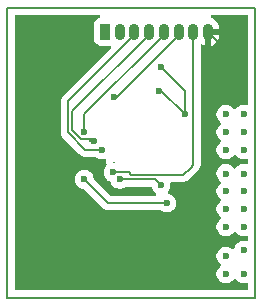
<source format=gbr>
%TF.GenerationSoftware,KiCad,Pcbnew,9.0.2*%
%TF.CreationDate,2025-05-30T19:54:00-04:00*%
%TF.ProjectId,porton micro,706f7274-6f6e-4206-9d69-63726f2e6b69,rev?*%
%TF.SameCoordinates,Original*%
%TF.FileFunction,Copper,L2,Bot*%
%TF.FilePolarity,Positive*%
%FSLAX46Y46*%
G04 Gerber Fmt 4.6, Leading zero omitted, Abs format (unit mm)*
G04 Created by KiCad (PCBNEW 9.0.2) date 2025-05-30 19:54:00*
%MOMM*%
%LPD*%
G01*
G04 APERTURE LIST*
G04 Aperture macros list*
%AMRoundRect*
0 Rectangle with rounded corners*
0 $1 Rounding radius*
0 $2 $3 $4 $5 $6 $7 $8 $9 X,Y pos of 4 corners*
0 Add a 4 corners polygon primitive as box body*
4,1,4,$2,$3,$4,$5,$6,$7,$8,$9,$2,$3,0*
0 Add four circle primitives for the rounded corners*
1,1,$1+$1,$2,$3*
1,1,$1+$1,$4,$5*
1,1,$1+$1,$6,$7*
1,1,$1+$1,$8,$9*
0 Add four rect primitives between the rounded corners*
20,1,$1+$1,$2,$3,$4,$5,0*
20,1,$1+$1,$4,$5,$6,$7,0*
20,1,$1+$1,$6,$7,$8,$9,0*
20,1,$1+$1,$8,$9,$2,$3,0*%
G04 Aperture macros list end*
%TA.AperFunction,NonConductor*%
%ADD10C,0.200000*%
%TD*%
%TA.AperFunction,ComponentPad*%
%ADD11RoundRect,0.225000X-0.225000X-0.475000X0.225000X-0.475000X0.225000X0.475000X-0.225000X0.475000X0*%
%TD*%
%TA.AperFunction,ComponentPad*%
%ADD12O,0.900000X1.400000*%
%TD*%
%TA.AperFunction,ViaPad*%
%ADD13C,0.600000*%
%TD*%
%TA.AperFunction,Conductor*%
%ADD14C,0.200000*%
%TD*%
G04 APERTURE END LIST*
D10*
X150000000Y-68500000D02*
X171000000Y-68500000D01*
X171000000Y-93000000D01*
X150000000Y-93000000D01*
X150000000Y-68500000D01*
D11*
%TO.P,J1,1,Pin_1*%
%TO.N,VDD*%
X158250000Y-70500000D03*
D12*
%TO.P,J1,2,Pin_2*%
%TO.N,Net-(J1-Pin_2)*%
X159500000Y-70500000D03*
%TO.P,J1,3,Pin_3*%
%TO.N,Net-(J1-Pin_3)*%
X160750000Y-70500000D03*
%TO.P,J1,4,Pin_4*%
%TO.N,Net-(J1-Pin_4)*%
X162000000Y-70500000D03*
%TO.P,J1,5,Pin_5*%
%TO.N,Net-(J1-Pin_5)*%
X163250000Y-70500000D03*
%TO.P,J1,6,Pin_6*%
%TO.N,Net-(J1-Pin_6)*%
X164500000Y-70500000D03*
%TO.P,J1,7,Pin_7*%
%TO.N,Net-(J1-Pin_7)*%
X165750000Y-70500000D03*
%TO.P,J1,8,Pin_8*%
%TO.N,GND*%
X167000000Y-70500000D03*
%TD*%
D13*
%TO.N,*%
X168500000Y-77500000D03*
X168500000Y-79000000D03*
X168500000Y-80500000D03*
X168500000Y-82500000D03*
X168500000Y-84000000D03*
X168500000Y-85500000D03*
X168500000Y-87000000D03*
X168500000Y-89500000D03*
X168500000Y-91000000D03*
X170000000Y-91000000D03*
X170000000Y-89000000D03*
X170000000Y-87000000D03*
X170000000Y-85500000D03*
X170000000Y-84000000D03*
X170000000Y-82500000D03*
X170000000Y-80500000D03*
X170000000Y-79000000D03*
X170000000Y-77500000D03*
%TO.N,VDD*%
X162817102Y-75500000D03*
X163000000Y-73500000D03*
X165000000Y-77500000D03*
%TO.N,Net-(J1-Pin_7)*%
X158934313Y-82400000D03*
%TO.N,GND*%
X169000000Y-73000000D03*
%TO.N,Net-(J1-Pin_3)*%
X158000000Y-80500000D03*
%TO.N,Net-(J1-Pin_4)*%
X157301351Y-79724999D03*
%TO.N,Net-(J1-Pin_5)*%
X156500000Y-79000000D03*
%TO.N,Net-(J1-Pin_6)*%
X159000000Y-76000000D03*
%TO.N,Net-(U1-ANT2)*%
X163500000Y-85000000D03*
X156500000Y-83000000D03*
%TO.N,Net-(U1-ANT1)*%
X163000000Y-83500000D03*
X159500000Y-83000000D03*
%TD*%
D14*
%TO.N,VDD*%
X162817102Y-75500000D02*
X163000000Y-75500000D01*
X163000000Y-75500000D02*
X165000000Y-77500000D01*
X165000000Y-75500000D02*
X165000000Y-77500000D01*
X163000000Y-73500000D02*
X165000000Y-75500000D01*
%TO.N,Net-(J1-Pin_2)*%
X158984370Y-81500000D02*
X159000000Y-81500000D01*
X159500000Y-70500000D02*
X159500000Y-71000000D01*
%TO.N,Net-(J1-Pin_7)*%
X160301000Y-82400000D02*
X158934313Y-82400000D01*
X160500000Y-82599000D02*
X160301000Y-82400000D01*
X164901000Y-82599000D02*
X160500000Y-82599000D01*
X165750000Y-81750000D02*
X165500000Y-82000000D01*
X165500000Y-82000000D02*
X164901000Y-82599000D01*
X165750000Y-70500000D02*
X165750000Y-81750000D01*
%TO.N,GND*%
X169000000Y-72500000D02*
X167000000Y-70500000D01*
X169000000Y-73000000D02*
X169000000Y-72500000D01*
%TO.N,Net-(J1-Pin_3)*%
X156582957Y-80500000D02*
X158000000Y-80500000D01*
X155099000Y-79016043D02*
X156582957Y-80500000D01*
X160750000Y-70750000D02*
X155099000Y-76401000D01*
X155099000Y-76401000D02*
X155099000Y-79016043D01*
X160750000Y-70500000D02*
X160750000Y-70750000D01*
X158000000Y-80500000D02*
X158000000Y-80681470D01*
%TO.N,Net-(J1-Pin_4)*%
X157022999Y-79724999D02*
X157301351Y-79724999D01*
X157000000Y-79702000D02*
X157022999Y-79724999D01*
X157000000Y-79500000D02*
X157000000Y-79702000D01*
X156899000Y-79601000D02*
X157000000Y-79500000D01*
X156251057Y-79601000D02*
X156899000Y-79601000D01*
X155500000Y-78849943D02*
X156251057Y-79601000D01*
X155500000Y-77250000D02*
X155500000Y-78849943D01*
X162000000Y-70750000D02*
X155500000Y-77250000D01*
X162000000Y-70500000D02*
X162000000Y-70750000D01*
%TO.N,Net-(J1-Pin_5)*%
X156500000Y-77500000D02*
X156500000Y-79000000D01*
X163250000Y-70750000D02*
X156500000Y-77500000D01*
X163250000Y-70500000D02*
X163250000Y-70750000D01*
%TO.N,Net-(J1-Pin_6)*%
X159250000Y-76000000D02*
X159000000Y-76000000D01*
X164500000Y-70750000D02*
X159250000Y-76000000D01*
X164500000Y-70500000D02*
X164500000Y-70750000D01*
X164500000Y-70500000D02*
X164500000Y-71000000D01*
%TO.N,Net-(U1-ANT2)*%
X158500000Y-85000000D02*
X156500000Y-83000000D01*
X163500000Y-85000000D02*
X158500000Y-85000000D01*
%TO.N,Net-(U1-ANT1)*%
X162500000Y-83000000D02*
X159500000Y-83000000D01*
X163000000Y-83500000D02*
X162500000Y-83000000D01*
%TD*%
%TA.AperFunction,Conductor*%
%TO.N,GND*%
G36*
X157807082Y-69120185D02*
G01*
X157852837Y-69172989D01*
X157862781Y-69242147D01*
X157833756Y-69305703D01*
X157779047Y-69342206D01*
X157716305Y-69362996D01*
X157716294Y-69363001D01*
X157571959Y-69452029D01*
X157571955Y-69452032D01*
X157452032Y-69571955D01*
X157452029Y-69571959D01*
X157363001Y-69716294D01*
X157362996Y-69716305D01*
X157309651Y-69877290D01*
X157299500Y-69976647D01*
X157299500Y-71023337D01*
X157299501Y-71023355D01*
X157309650Y-71122707D01*
X157309651Y-71122710D01*
X157362996Y-71283694D01*
X157363001Y-71283705D01*
X157452029Y-71428040D01*
X157452032Y-71428044D01*
X157571955Y-71547967D01*
X157571959Y-71547970D01*
X157716294Y-71636998D01*
X157716297Y-71636999D01*
X157716303Y-71637003D01*
X157877292Y-71690349D01*
X157976655Y-71700500D01*
X158523344Y-71700499D01*
X158523352Y-71700498D01*
X158523355Y-71700498D01*
X158577760Y-71694940D01*
X158622708Y-71690349D01*
X158631130Y-71687557D01*
X158700957Y-71685153D01*
X158761001Y-71720881D01*
X158792197Y-71783400D01*
X158784640Y-71852860D01*
X158757820Y-71892943D01*
X154733565Y-75917198D01*
X154733558Y-75917205D01*
X154730286Y-75920478D01*
X154730284Y-75920480D01*
X154618480Y-76032284D01*
X154591600Y-76078842D01*
X154539423Y-76169215D01*
X154498499Y-76321943D01*
X154498499Y-76321945D01*
X154498499Y-76490046D01*
X154498500Y-76490059D01*
X154498500Y-78929373D01*
X154498499Y-78929391D01*
X154498499Y-79095097D01*
X154498498Y-79095097D01*
X154530548Y-79214706D01*
X154539423Y-79247828D01*
X154551194Y-79268215D01*
X154615262Y-79379185D01*
X154618479Y-79384757D01*
X154618481Y-79384760D01*
X154737349Y-79503628D01*
X154737355Y-79503633D01*
X156098096Y-80864374D01*
X156098106Y-80864385D01*
X156102436Y-80868715D01*
X156102437Y-80868716D01*
X156214241Y-80980520D01*
X156265802Y-81010288D01*
X156301052Y-81030639D01*
X156301054Y-81030641D01*
X156339108Y-81052611D01*
X156351172Y-81059577D01*
X156503900Y-81100500D01*
X156662014Y-81100500D01*
X157420234Y-81100500D01*
X157487273Y-81120185D01*
X157489125Y-81121398D01*
X157620814Y-81209390D01*
X157620827Y-81209397D01*
X157762814Y-81268209D01*
X157766503Y-81269737D01*
X157882659Y-81292842D01*
X157921153Y-81300499D01*
X157921156Y-81300500D01*
X157921158Y-81300500D01*
X158078844Y-81300500D01*
X158078845Y-81300499D01*
X158124831Y-81291352D01*
X158239472Y-81268549D01*
X158240075Y-81271582D01*
X158296464Y-81270532D01*
X158355935Y-81307207D01*
X158386137Y-81370211D01*
X158384002Y-81412764D01*
X158384931Y-81412887D01*
X158383870Y-81420945D01*
X158383870Y-81579056D01*
X158415912Y-81698641D01*
X158414249Y-81768491D01*
X158383819Y-81818415D01*
X158312523Y-81889711D01*
X158224922Y-82020814D01*
X158224915Y-82020827D01*
X158164577Y-82166498D01*
X158164574Y-82166510D01*
X158133813Y-82321153D01*
X158133813Y-82478846D01*
X158164574Y-82633489D01*
X158164577Y-82633501D01*
X158224915Y-82779172D01*
X158224922Y-82779185D01*
X158312523Y-82910288D01*
X158312526Y-82910292D01*
X158424020Y-83021786D01*
X158424024Y-83021789D01*
X158555127Y-83109390D01*
X158555140Y-83109397D01*
X158658189Y-83152081D01*
X158712593Y-83195922D01*
X158729394Y-83230635D01*
X158730261Y-83233494D01*
X158790602Y-83379172D01*
X158790609Y-83379185D01*
X158878210Y-83510288D01*
X158878213Y-83510292D01*
X158989707Y-83621786D01*
X158989711Y-83621789D01*
X159120814Y-83709390D01*
X159120827Y-83709397D01*
X159258683Y-83766498D01*
X159266503Y-83769737D01*
X159421153Y-83800499D01*
X159421156Y-83800500D01*
X159421158Y-83800500D01*
X159578844Y-83800500D01*
X159578845Y-83800499D01*
X159733497Y-83769737D01*
X159879179Y-83709394D01*
X159933663Y-83672989D01*
X160010875Y-83621398D01*
X160077553Y-83600520D01*
X160079766Y-83600500D01*
X162102044Y-83600500D01*
X162169083Y-83620185D01*
X162214838Y-83672989D01*
X162223661Y-83700309D01*
X162230261Y-83733489D01*
X162230264Y-83733501D01*
X162290602Y-83879172D01*
X162290609Y-83879185D01*
X162378210Y-84010288D01*
X162378213Y-84010292D01*
X162489707Y-84121786D01*
X162489711Y-84121789D01*
X162565452Y-84172398D01*
X162610257Y-84226010D01*
X162618964Y-84295335D01*
X162588810Y-84358363D01*
X162529366Y-84395082D01*
X162496561Y-84399500D01*
X158800097Y-84399500D01*
X158733058Y-84379815D01*
X158712416Y-84363181D01*
X157334574Y-82985339D01*
X157301089Y-82924016D01*
X157300638Y-82921849D01*
X157282595Y-82831147D01*
X157269737Y-82766503D01*
X157256062Y-82733489D01*
X157209397Y-82620827D01*
X157209390Y-82620814D01*
X157121789Y-82489711D01*
X157121786Y-82489707D01*
X157010292Y-82378213D01*
X157010288Y-82378210D01*
X156879185Y-82290609D01*
X156879172Y-82290602D01*
X156733501Y-82230264D01*
X156733489Y-82230261D01*
X156578845Y-82199500D01*
X156578842Y-82199500D01*
X156421158Y-82199500D01*
X156421155Y-82199500D01*
X156266510Y-82230261D01*
X156266498Y-82230264D01*
X156120827Y-82290602D01*
X156120814Y-82290609D01*
X155989711Y-82378210D01*
X155989707Y-82378213D01*
X155878213Y-82489707D01*
X155878210Y-82489711D01*
X155790609Y-82620814D01*
X155790602Y-82620827D01*
X155730264Y-82766498D01*
X155730261Y-82766510D01*
X155699500Y-82921153D01*
X155699500Y-83078846D01*
X155730261Y-83233489D01*
X155730264Y-83233501D01*
X155790602Y-83379172D01*
X155790609Y-83379185D01*
X155878210Y-83510288D01*
X155878213Y-83510292D01*
X155989707Y-83621786D01*
X155989711Y-83621789D01*
X156120814Y-83709390D01*
X156120827Y-83709397D01*
X156258683Y-83766498D01*
X156266503Y-83769737D01*
X156331147Y-83782595D01*
X156421849Y-83800638D01*
X156483760Y-83833023D01*
X156485339Y-83834574D01*
X158015139Y-85364374D01*
X158015149Y-85364385D01*
X158019479Y-85368715D01*
X158019480Y-85368716D01*
X158131284Y-85480520D01*
X158182845Y-85510288D01*
X158218095Y-85530639D01*
X158218097Y-85530641D01*
X158256151Y-85552611D01*
X158268215Y-85559577D01*
X158420943Y-85600500D01*
X162920234Y-85600500D01*
X162987273Y-85620185D01*
X162989125Y-85621398D01*
X163120814Y-85709390D01*
X163120827Y-85709397D01*
X163266498Y-85769735D01*
X163266503Y-85769737D01*
X163421153Y-85800499D01*
X163421156Y-85800500D01*
X163421158Y-85800500D01*
X163578844Y-85800500D01*
X163578845Y-85800499D01*
X163733497Y-85769737D01*
X163879179Y-85709394D01*
X164010289Y-85621789D01*
X164121789Y-85510289D01*
X164209394Y-85379179D01*
X164269737Y-85233497D01*
X164300500Y-85078842D01*
X164300500Y-84921158D01*
X164300500Y-84921155D01*
X164300499Y-84921153D01*
X164277232Y-84804184D01*
X164269737Y-84766503D01*
X164262901Y-84750000D01*
X164209397Y-84620827D01*
X164209390Y-84620814D01*
X164121789Y-84489711D01*
X164121786Y-84489707D01*
X164010292Y-84378213D01*
X164010288Y-84378210D01*
X163879185Y-84290609D01*
X163879172Y-84290602D01*
X163733501Y-84230264D01*
X163733491Y-84230261D01*
X163684374Y-84220491D01*
X163622463Y-84188106D01*
X163587889Y-84127389D01*
X163591630Y-84057620D01*
X163618296Y-84015304D01*
X163617924Y-84014999D01*
X163620357Y-84012033D01*
X163620891Y-84011186D01*
X163621789Y-84010289D01*
X163709394Y-83879179D01*
X163769737Y-83733497D01*
X163800500Y-83578842D01*
X163800500Y-83421158D01*
X163800500Y-83421155D01*
X163800499Y-83421153D01*
X163785887Y-83347691D01*
X163792114Y-83278100D01*
X163834977Y-83222923D01*
X163900867Y-83199678D01*
X163907504Y-83199500D01*
X164814331Y-83199500D01*
X164814347Y-83199501D01*
X164821943Y-83199501D01*
X164980054Y-83199501D01*
X164980057Y-83199501D01*
X165132785Y-83158577D01*
X165217972Y-83109394D01*
X165269716Y-83079520D01*
X165381520Y-82967716D01*
X165381520Y-82967714D01*
X165391724Y-82957511D01*
X165391727Y-82957506D01*
X165980519Y-82368716D01*
X166108506Y-82240727D01*
X166108510Y-82240725D01*
X166118714Y-82230520D01*
X166118716Y-82230520D01*
X166230520Y-82118716D01*
X166309577Y-81981784D01*
X166345022Y-81849500D01*
X166350500Y-81829058D01*
X166350500Y-81670943D01*
X166350500Y-71690561D01*
X166370185Y-71623522D01*
X166422989Y-71577767D01*
X166492147Y-71567823D01*
X166543395Y-71587462D01*
X166549999Y-71591875D01*
X166550012Y-71591882D01*
X166722889Y-71663489D01*
X166722896Y-71663491D01*
X166750000Y-71668882D01*
X166750000Y-71668881D01*
X167250000Y-71668881D01*
X167277103Y-71663491D01*
X167277110Y-71663489D01*
X167449987Y-71591882D01*
X167450000Y-71591875D01*
X167605589Y-71487913D01*
X167605593Y-71487910D01*
X167737910Y-71355593D01*
X167737913Y-71355589D01*
X167841875Y-71200000D01*
X167841880Y-71199991D01*
X167913491Y-71027105D01*
X167913493Y-71027097D01*
X167949999Y-70843571D01*
X167950000Y-70843569D01*
X167950000Y-70750000D01*
X167250000Y-70750000D01*
X167250000Y-71668881D01*
X166750000Y-71668881D01*
X166750000Y-70666988D01*
X166759940Y-70684205D01*
X166815795Y-70740060D01*
X166884204Y-70779556D01*
X166960504Y-70800000D01*
X167039496Y-70800000D01*
X167115796Y-70779556D01*
X167184205Y-70740060D01*
X167240060Y-70684205D01*
X167279556Y-70615796D01*
X167300000Y-70539496D01*
X167300000Y-70460504D01*
X167279556Y-70384204D01*
X167240060Y-70315795D01*
X167184205Y-70259940D01*
X167166988Y-70250000D01*
X167950000Y-70250000D01*
X167950000Y-70156430D01*
X167949999Y-70156428D01*
X167913493Y-69972902D01*
X167913491Y-69972894D01*
X167841880Y-69800008D01*
X167841875Y-69799999D01*
X167737913Y-69644410D01*
X167737910Y-69644406D01*
X167605593Y-69512089D01*
X167605589Y-69512086D01*
X167450000Y-69408124D01*
X167449991Y-69408119D01*
X167283268Y-69339061D01*
X167228865Y-69295220D01*
X167206800Y-69228926D01*
X167224079Y-69161227D01*
X167275216Y-69113616D01*
X167330721Y-69100500D01*
X170275500Y-69100500D01*
X170342539Y-69120185D01*
X170388294Y-69172989D01*
X170399500Y-69224500D01*
X170399500Y-76613444D01*
X170379815Y-76680483D01*
X170327011Y-76726238D01*
X170257853Y-76736182D01*
X170239575Y-76731202D01*
X170239324Y-76732031D01*
X170233500Y-76730264D01*
X170233497Y-76730263D01*
X170233492Y-76730262D01*
X170233489Y-76730261D01*
X170078845Y-76699500D01*
X170078842Y-76699500D01*
X169921158Y-76699500D01*
X169921155Y-76699500D01*
X169766510Y-76730261D01*
X169766498Y-76730264D01*
X169620827Y-76790602D01*
X169620814Y-76790609D01*
X169489711Y-76878210D01*
X169489707Y-76878213D01*
X169378213Y-76989707D01*
X169353102Y-77027289D01*
X169299489Y-77072093D01*
X169230164Y-77080800D01*
X169167137Y-77050645D01*
X169146898Y-77027289D01*
X169121786Y-76989707D01*
X169010292Y-76878213D01*
X169010288Y-76878210D01*
X168879185Y-76790609D01*
X168879172Y-76790602D01*
X168733501Y-76730264D01*
X168733489Y-76730261D01*
X168578845Y-76699500D01*
X168578842Y-76699500D01*
X168421158Y-76699500D01*
X168421155Y-76699500D01*
X168266510Y-76730261D01*
X168266498Y-76730264D01*
X168120827Y-76790602D01*
X168120814Y-76790609D01*
X167989711Y-76878210D01*
X167989707Y-76878213D01*
X167878213Y-76989707D01*
X167878210Y-76989711D01*
X167790609Y-77120814D01*
X167790602Y-77120827D01*
X167730264Y-77266498D01*
X167730261Y-77266510D01*
X167699500Y-77421153D01*
X167699500Y-77578846D01*
X167730261Y-77733489D01*
X167730264Y-77733501D01*
X167790602Y-77879172D01*
X167790609Y-77879185D01*
X167878210Y-78010288D01*
X167878213Y-78010292D01*
X167989707Y-78121786D01*
X167989710Y-78121788D01*
X167989711Y-78121789D01*
X168015219Y-78138833D01*
X168027289Y-78146898D01*
X168072093Y-78200511D01*
X168080800Y-78269836D01*
X168050645Y-78332863D01*
X168027289Y-78353102D01*
X167989707Y-78378213D01*
X167878213Y-78489707D01*
X167878210Y-78489711D01*
X167790609Y-78620814D01*
X167790602Y-78620827D01*
X167730264Y-78766498D01*
X167730261Y-78766510D01*
X167699500Y-78921153D01*
X167699500Y-79078846D01*
X167730261Y-79233489D01*
X167730264Y-79233501D01*
X167790602Y-79379172D01*
X167790609Y-79379185D01*
X167878210Y-79510288D01*
X167878213Y-79510292D01*
X167989707Y-79621786D01*
X167989710Y-79621788D01*
X167989711Y-79621789D01*
X167994816Y-79625200D01*
X168027289Y-79646898D01*
X168072093Y-79700511D01*
X168080800Y-79769836D01*
X168050645Y-79832863D01*
X168027289Y-79853102D01*
X167989707Y-79878213D01*
X167878213Y-79989707D01*
X167878210Y-79989711D01*
X167790609Y-80120814D01*
X167790602Y-80120827D01*
X167730264Y-80266498D01*
X167730261Y-80266510D01*
X167699500Y-80421153D01*
X167699500Y-80578846D01*
X167730261Y-80733489D01*
X167730264Y-80733501D01*
X167790602Y-80879172D01*
X167790609Y-80879185D01*
X167878210Y-81010288D01*
X167878213Y-81010292D01*
X167989707Y-81121786D01*
X167989711Y-81121789D01*
X168120814Y-81209390D01*
X168120827Y-81209397D01*
X168262814Y-81268209D01*
X168266503Y-81269737D01*
X168382659Y-81292842D01*
X168421153Y-81300499D01*
X168421156Y-81300500D01*
X168421158Y-81300500D01*
X168578844Y-81300500D01*
X168578845Y-81300499D01*
X168733497Y-81269737D01*
X168879179Y-81209394D01*
X169010289Y-81121789D01*
X169121789Y-81010289D01*
X169129145Y-80999279D01*
X169146898Y-80972712D01*
X169200510Y-80927906D01*
X169269835Y-80919199D01*
X169332862Y-80949353D01*
X169353102Y-80972712D01*
X169378207Y-81010284D01*
X169378213Y-81010292D01*
X169489707Y-81121786D01*
X169489711Y-81121789D01*
X169620814Y-81209390D01*
X169620827Y-81209397D01*
X169762814Y-81268209D01*
X169766503Y-81269737D01*
X169882659Y-81292842D01*
X169921153Y-81300499D01*
X169921156Y-81300500D01*
X169921158Y-81300500D01*
X170078844Y-81300500D01*
X170078845Y-81300499D01*
X170233497Y-81269737D01*
X170233509Y-81269731D01*
X170239324Y-81267969D01*
X170240158Y-81270720D01*
X170260601Y-81268496D01*
X170293147Y-81263817D01*
X170295159Y-81264736D01*
X170297359Y-81264497D01*
X170326779Y-81279176D01*
X170356703Y-81292842D01*
X170357899Y-81294703D01*
X170359878Y-81295691D01*
X170376687Y-81323938D01*
X170394477Y-81351620D01*
X170394896Y-81354538D01*
X170395608Y-81355734D01*
X170399500Y-81386555D01*
X170399500Y-81613444D01*
X170379815Y-81680483D01*
X170327011Y-81726238D01*
X170257853Y-81736182D01*
X170239575Y-81731202D01*
X170239324Y-81732031D01*
X170233500Y-81730264D01*
X170233497Y-81730263D01*
X170233492Y-81730262D01*
X170233489Y-81730261D01*
X170078845Y-81699500D01*
X170078842Y-81699500D01*
X169921158Y-81699500D01*
X169921155Y-81699500D01*
X169766510Y-81730261D01*
X169766498Y-81730264D01*
X169620827Y-81790602D01*
X169620814Y-81790609D01*
X169489711Y-81878210D01*
X169489707Y-81878213D01*
X169378213Y-81989707D01*
X169353102Y-82027289D01*
X169299489Y-82072093D01*
X169230164Y-82080800D01*
X169167137Y-82050645D01*
X169146898Y-82027289D01*
X169138833Y-82015219D01*
X169121789Y-81989711D01*
X169121788Y-81989710D01*
X169121786Y-81989707D01*
X169010292Y-81878213D01*
X169010288Y-81878210D01*
X168879185Y-81790609D01*
X168879172Y-81790602D01*
X168733501Y-81730264D01*
X168733489Y-81730261D01*
X168578845Y-81699500D01*
X168578842Y-81699500D01*
X168421158Y-81699500D01*
X168421155Y-81699500D01*
X168266510Y-81730261D01*
X168266498Y-81730264D01*
X168120827Y-81790602D01*
X168120814Y-81790609D01*
X167989711Y-81878210D01*
X167989707Y-81878213D01*
X167878213Y-81989707D01*
X167878210Y-81989711D01*
X167790609Y-82120814D01*
X167790602Y-82120827D01*
X167730264Y-82266498D01*
X167730261Y-82266510D01*
X167699500Y-82421153D01*
X167699500Y-82578846D01*
X167730261Y-82733489D01*
X167730264Y-82733501D01*
X167790602Y-82879172D01*
X167790609Y-82879185D01*
X167878210Y-83010288D01*
X167878213Y-83010292D01*
X167989707Y-83121786D01*
X167989710Y-83121788D01*
X167989711Y-83121789D01*
X168015219Y-83138833D01*
X168027289Y-83146898D01*
X168072093Y-83200511D01*
X168080800Y-83269836D01*
X168050645Y-83332863D01*
X168027289Y-83353102D01*
X167989707Y-83378213D01*
X167878213Y-83489707D01*
X167878210Y-83489711D01*
X167790609Y-83620814D01*
X167790602Y-83620827D01*
X167730264Y-83766498D01*
X167730261Y-83766510D01*
X167699500Y-83921153D01*
X167699500Y-84078846D01*
X167730261Y-84233489D01*
X167730264Y-84233501D01*
X167790602Y-84379172D01*
X167790609Y-84379185D01*
X167878210Y-84510288D01*
X167878213Y-84510292D01*
X167989707Y-84621786D01*
X167989710Y-84621788D01*
X167989711Y-84621789D01*
X168015219Y-84638833D01*
X168027289Y-84646898D01*
X168072093Y-84700511D01*
X168080800Y-84769836D01*
X168050645Y-84832863D01*
X168027289Y-84853102D01*
X167989707Y-84878213D01*
X167878213Y-84989707D01*
X167878210Y-84989711D01*
X167790609Y-85120814D01*
X167790602Y-85120827D01*
X167730264Y-85266498D01*
X167730261Y-85266510D01*
X167699500Y-85421153D01*
X167699500Y-85578846D01*
X167730261Y-85733489D01*
X167730264Y-85733501D01*
X167790602Y-85879172D01*
X167790609Y-85879185D01*
X167878210Y-86010288D01*
X167878213Y-86010292D01*
X167989707Y-86121786D01*
X167989710Y-86121788D01*
X167989711Y-86121789D01*
X168015219Y-86138833D01*
X168027289Y-86146898D01*
X168072093Y-86200511D01*
X168080800Y-86269836D01*
X168050645Y-86332863D01*
X168027289Y-86353102D01*
X167989707Y-86378213D01*
X167878213Y-86489707D01*
X167878210Y-86489711D01*
X167790609Y-86620814D01*
X167790602Y-86620827D01*
X167730264Y-86766498D01*
X167730261Y-86766510D01*
X167699500Y-86921153D01*
X167699500Y-87078846D01*
X167730261Y-87233489D01*
X167730264Y-87233501D01*
X167790602Y-87379172D01*
X167790609Y-87379185D01*
X167878210Y-87510288D01*
X167878213Y-87510292D01*
X167989707Y-87621786D01*
X167989711Y-87621789D01*
X168120814Y-87709390D01*
X168120827Y-87709397D01*
X168263507Y-87768496D01*
X168266503Y-87769737D01*
X168382659Y-87792842D01*
X168421153Y-87800499D01*
X168421156Y-87800500D01*
X168421158Y-87800500D01*
X168578844Y-87800500D01*
X168578845Y-87800499D01*
X168733497Y-87769737D01*
X168879179Y-87709394D01*
X169010289Y-87621789D01*
X169121789Y-87510289D01*
X169129145Y-87499279D01*
X169146898Y-87472712D01*
X169200510Y-87427906D01*
X169269835Y-87419199D01*
X169332862Y-87449353D01*
X169353102Y-87472712D01*
X169378207Y-87510284D01*
X169378213Y-87510292D01*
X169489707Y-87621786D01*
X169489711Y-87621789D01*
X169620814Y-87709390D01*
X169620827Y-87709397D01*
X169763507Y-87768496D01*
X169766503Y-87769737D01*
X169882659Y-87792842D01*
X169921153Y-87800499D01*
X169921156Y-87800500D01*
X169921158Y-87800500D01*
X170078844Y-87800500D01*
X170078845Y-87800499D01*
X170233497Y-87769737D01*
X170233509Y-87769731D01*
X170239324Y-87767969D01*
X170240158Y-87770720D01*
X170260601Y-87768496D01*
X170293147Y-87763817D01*
X170295159Y-87764736D01*
X170297359Y-87764497D01*
X170326779Y-87779176D01*
X170356703Y-87792842D01*
X170357899Y-87794703D01*
X170359878Y-87795691D01*
X170376687Y-87823938D01*
X170394477Y-87851620D01*
X170394896Y-87854538D01*
X170395608Y-87855734D01*
X170399500Y-87886555D01*
X170399500Y-88113444D01*
X170379815Y-88180483D01*
X170327011Y-88226238D01*
X170257853Y-88236182D01*
X170239575Y-88231202D01*
X170239324Y-88232031D01*
X170233500Y-88230264D01*
X170233497Y-88230263D01*
X170233492Y-88230262D01*
X170233489Y-88230261D01*
X170078845Y-88199500D01*
X170078842Y-88199500D01*
X169921158Y-88199500D01*
X169921155Y-88199500D01*
X169766510Y-88230261D01*
X169766498Y-88230264D01*
X169620827Y-88290602D01*
X169620814Y-88290609D01*
X169489711Y-88378210D01*
X169489707Y-88378213D01*
X169378213Y-88489707D01*
X169378210Y-88489711D01*
X169290609Y-88620814D01*
X169290602Y-88620827D01*
X169230264Y-88766498D01*
X169230261Y-88766507D01*
X169220491Y-88815626D01*
X169188105Y-88877536D01*
X169127389Y-88912110D01*
X169057620Y-88908369D01*
X169015303Y-88881704D01*
X169014999Y-88882076D01*
X169012040Y-88879647D01*
X169011193Y-88879114D01*
X169010292Y-88878213D01*
X169010288Y-88878210D01*
X168879185Y-88790609D01*
X168879172Y-88790602D01*
X168733501Y-88730264D01*
X168733489Y-88730261D01*
X168578845Y-88699500D01*
X168578842Y-88699500D01*
X168421158Y-88699500D01*
X168421155Y-88699500D01*
X168266510Y-88730261D01*
X168266498Y-88730264D01*
X168120827Y-88790602D01*
X168120814Y-88790609D01*
X167989711Y-88878210D01*
X167989707Y-88878213D01*
X167878213Y-88989707D01*
X167878210Y-88989711D01*
X167790609Y-89120814D01*
X167790602Y-89120827D01*
X167730264Y-89266498D01*
X167730261Y-89266510D01*
X167699500Y-89421153D01*
X167699500Y-89578846D01*
X167730261Y-89733489D01*
X167730264Y-89733501D01*
X167790602Y-89879172D01*
X167790609Y-89879185D01*
X167878210Y-90010288D01*
X167878213Y-90010292D01*
X167989707Y-90121786D01*
X167989710Y-90121788D01*
X167989711Y-90121789D01*
X168015219Y-90138833D01*
X168027289Y-90146898D01*
X168072093Y-90200511D01*
X168080800Y-90269836D01*
X168050645Y-90332863D01*
X168027289Y-90353102D01*
X167989707Y-90378213D01*
X167878213Y-90489707D01*
X167878210Y-90489711D01*
X167790609Y-90620814D01*
X167790602Y-90620827D01*
X167730264Y-90766498D01*
X167730261Y-90766510D01*
X167699500Y-90921153D01*
X167699500Y-91078846D01*
X167730261Y-91233489D01*
X167730264Y-91233501D01*
X167790602Y-91379172D01*
X167790609Y-91379185D01*
X167878210Y-91510288D01*
X167878213Y-91510292D01*
X167989707Y-91621786D01*
X167989711Y-91621789D01*
X168120814Y-91709390D01*
X168120827Y-91709397D01*
X168266498Y-91769735D01*
X168266503Y-91769737D01*
X168396982Y-91795691D01*
X168421153Y-91800499D01*
X168421156Y-91800500D01*
X168421158Y-91800500D01*
X168578844Y-91800500D01*
X168578845Y-91800499D01*
X168733497Y-91769737D01*
X168879179Y-91709394D01*
X169010289Y-91621789D01*
X169121789Y-91510289D01*
X169129145Y-91499279D01*
X169146898Y-91472712D01*
X169200510Y-91427906D01*
X169269835Y-91419199D01*
X169332862Y-91449353D01*
X169353102Y-91472712D01*
X169378207Y-91510284D01*
X169378213Y-91510292D01*
X169489707Y-91621786D01*
X169489711Y-91621789D01*
X169620814Y-91709390D01*
X169620827Y-91709397D01*
X169766498Y-91769735D01*
X169766503Y-91769737D01*
X169896982Y-91795691D01*
X169921153Y-91800499D01*
X169921156Y-91800500D01*
X169921158Y-91800500D01*
X170078844Y-91800500D01*
X170078845Y-91800499D01*
X170233497Y-91769737D01*
X170233509Y-91769731D01*
X170239324Y-91767969D01*
X170240158Y-91770720D01*
X170297359Y-91764497D01*
X170359878Y-91795691D01*
X170395608Y-91855734D01*
X170399500Y-91886555D01*
X170399500Y-92275500D01*
X170379815Y-92342539D01*
X170327011Y-92388294D01*
X170275500Y-92399500D01*
X150724500Y-92399500D01*
X150657461Y-92379815D01*
X150611706Y-92327011D01*
X150600500Y-92275500D01*
X150600500Y-69224500D01*
X150620185Y-69157461D01*
X150672989Y-69111706D01*
X150724500Y-69100500D01*
X157740043Y-69100500D01*
X157807082Y-69120185D01*
G37*
%TD.AperFunction*%
%TD*%
M02*

</source>
